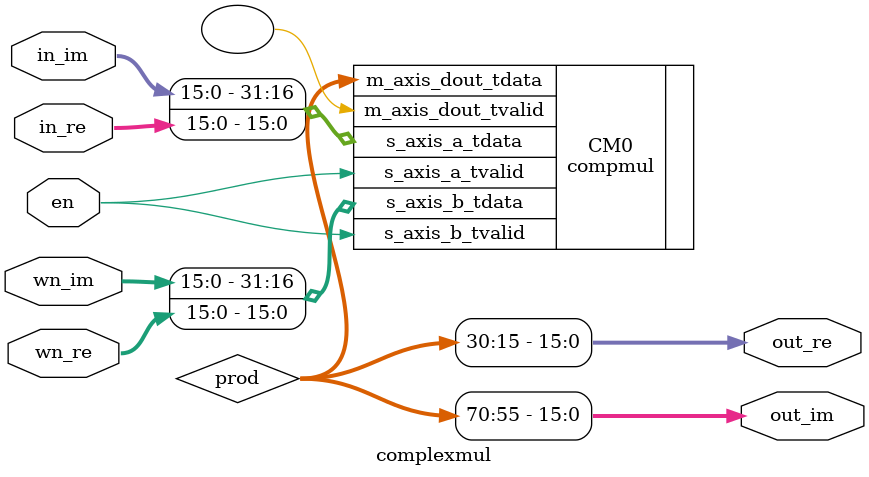
<source format=v>
`timescale 1ns / 1ps
module complexmul
#(
	parameter width=16
)
(
	input en,
	input signed [width-1:0] in_re,
	input signed [width-1:0] in_im,
	input signed [width-1:0] wn_re,
	input signed [width-1:0] wn_im,
	output signed [width-1:0] out_re,
	output signed [width-1:0] out_im
);
	wire [79:0] prod;
	
	compmul CM0(
		.s_axis_a_tvalid(en),
		.s_axis_a_tdata({in_im,in_re}),
		.s_axis_b_tvalid(en),
		.s_axis_b_tdata({wn_im,wn_re}),
		.m_axis_dout_tvalid(),
		.m_axis_dout_tdata(prod)
	);
	
	assign out_re = prod[30:15],
		out_im = prod[70:55];
	
endmodule

</source>
